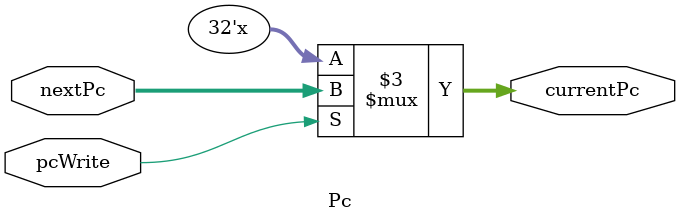
<source format=v>
module Pc(nextPc, pcWrite, currentPc);

input [31:0] nextPc;
input pcWrite;

output reg [31:0] currentPc;

always@(*)
begin
	if(pcWrite)
	begin
		currentPc = nextPc;
	end
end
endmodule
</source>
